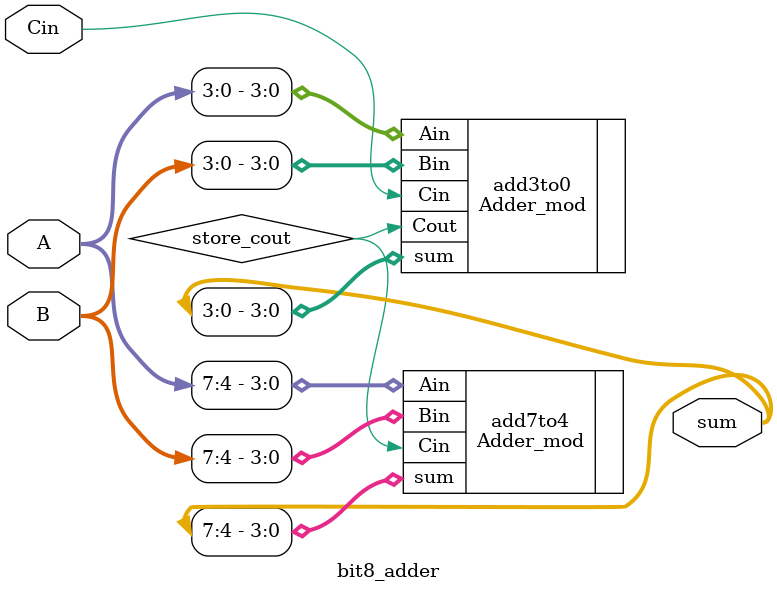
<source format=v>
`timescale 1ns / 1ps

module bit8_adder(  input [7:0] A, B,
                    input Cin,
                    output [7:0] sum     
                    );
                    
wire store_cout;

Adder_mod add3to0(  .Ain(A[3:0]), 
                    .Bin(B[3:0]), 
                    .Cin(Cin),
                    .sum(sum[3:0]),
                    .Cout(store_cout)   );

Adder_mod add7to4(  .Ain(A[7:4]), 
                    .Bin(B[7:4]),
                    .Cin(store_cout),
                    .sum(sum[7:4])    );

endmodule

</source>
